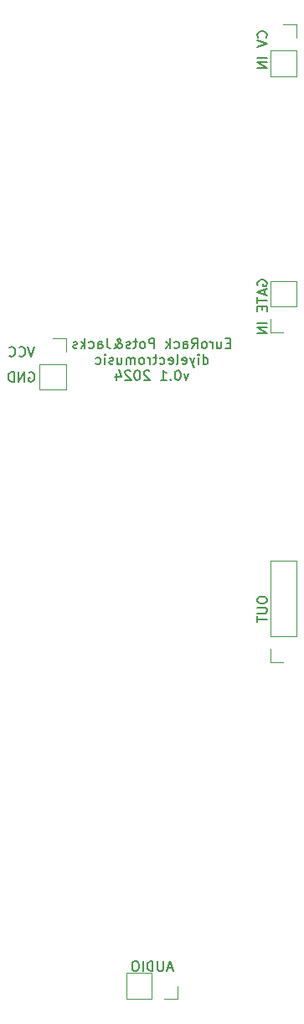
<source format=gbr>
%TF.GenerationSoftware,KiCad,Pcbnew,8.0.5*%
%TF.CreationDate,2024-12-18T11:45:47+00:00*%
%TF.ProjectId,EuroRackPotsJacks,4575726f-5261-4636-9b50-6f74734a6163,rev?*%
%TF.SameCoordinates,Original*%
%TF.FileFunction,Legend,Bot*%
%TF.FilePolarity,Positive*%
%FSLAX46Y46*%
G04 Gerber Fmt 4.6, Leading zero omitted, Abs format (unit mm)*
G04 Created by KiCad (PCBNEW 8.0.5) date 2024-12-18 11:45:47*
%MOMM*%
%LPD*%
G01*
G04 APERTURE LIST*
%ADD10C,0.200000*%
%ADD11C,0.150000*%
%ADD12C,0.120000*%
G04 APERTURE END LIST*
D10*
X52577904Y-86113838D02*
X52673142Y-86066219D01*
X52673142Y-86066219D02*
X52815999Y-86066219D01*
X52815999Y-86066219D02*
X52958856Y-86113838D01*
X52958856Y-86113838D02*
X53054094Y-86209076D01*
X53054094Y-86209076D02*
X53101713Y-86304314D01*
X53101713Y-86304314D02*
X53149332Y-86494790D01*
X53149332Y-86494790D02*
X53149332Y-86637647D01*
X53149332Y-86637647D02*
X53101713Y-86828123D01*
X53101713Y-86828123D02*
X53054094Y-86923361D01*
X53054094Y-86923361D02*
X52958856Y-87018600D01*
X52958856Y-87018600D02*
X52815999Y-87066219D01*
X52815999Y-87066219D02*
X52720761Y-87066219D01*
X52720761Y-87066219D02*
X52577904Y-87018600D01*
X52577904Y-87018600D02*
X52530285Y-86970980D01*
X52530285Y-86970980D02*
X52530285Y-86637647D01*
X52530285Y-86637647D02*
X52720761Y-86637647D01*
X52101713Y-87066219D02*
X52101713Y-86066219D01*
X52101713Y-86066219D02*
X51530285Y-87066219D01*
X51530285Y-87066219D02*
X51530285Y-86066219D01*
X51054094Y-87066219D02*
X51054094Y-86066219D01*
X51054094Y-86066219D02*
X50815999Y-86066219D01*
X50815999Y-86066219D02*
X50673142Y-86113838D01*
X50673142Y-86113838D02*
X50577904Y-86209076D01*
X50577904Y-86209076D02*
X50530285Y-86304314D01*
X50530285Y-86304314D02*
X50482666Y-86494790D01*
X50482666Y-86494790D02*
X50482666Y-86637647D01*
X50482666Y-86637647D02*
X50530285Y-86828123D01*
X50530285Y-86828123D02*
X50577904Y-86923361D01*
X50577904Y-86923361D02*
X50673142Y-87018600D01*
X50673142Y-87018600D02*
X50815999Y-87066219D01*
X50815999Y-87066219D02*
X51054094Y-87066219D01*
D11*
X75654819Y-108982000D02*
X75654819Y-109172476D01*
X75654819Y-109172476D02*
X75702438Y-109267714D01*
X75702438Y-109267714D02*
X75797676Y-109362952D01*
X75797676Y-109362952D02*
X75988152Y-109410571D01*
X75988152Y-109410571D02*
X76321485Y-109410571D01*
X76321485Y-109410571D02*
X76511961Y-109362952D01*
X76511961Y-109362952D02*
X76607200Y-109267714D01*
X76607200Y-109267714D02*
X76654819Y-109172476D01*
X76654819Y-109172476D02*
X76654819Y-108982000D01*
X76654819Y-108982000D02*
X76607200Y-108886762D01*
X76607200Y-108886762D02*
X76511961Y-108791524D01*
X76511961Y-108791524D02*
X76321485Y-108743905D01*
X76321485Y-108743905D02*
X75988152Y-108743905D01*
X75988152Y-108743905D02*
X75797676Y-108791524D01*
X75797676Y-108791524D02*
X75702438Y-108886762D01*
X75702438Y-108886762D02*
X75654819Y-108982000D01*
X75654819Y-109839143D02*
X76464342Y-109839143D01*
X76464342Y-109839143D02*
X76559580Y-109886762D01*
X76559580Y-109886762D02*
X76607200Y-109934381D01*
X76607200Y-109934381D02*
X76654819Y-110029619D01*
X76654819Y-110029619D02*
X76654819Y-110220095D01*
X76654819Y-110220095D02*
X76607200Y-110315333D01*
X76607200Y-110315333D02*
X76559580Y-110362952D01*
X76559580Y-110362952D02*
X76464342Y-110410571D01*
X76464342Y-110410571D02*
X75654819Y-110410571D01*
X75654819Y-110743905D02*
X75654819Y-111315333D01*
X76654819Y-111029619D02*
X75654819Y-111029619D01*
X75702438Y-77359142D02*
X75654819Y-77263904D01*
X75654819Y-77263904D02*
X75654819Y-77121047D01*
X75654819Y-77121047D02*
X75702438Y-76978190D01*
X75702438Y-76978190D02*
X75797676Y-76882952D01*
X75797676Y-76882952D02*
X75892914Y-76835333D01*
X75892914Y-76835333D02*
X76083390Y-76787714D01*
X76083390Y-76787714D02*
X76226247Y-76787714D01*
X76226247Y-76787714D02*
X76416723Y-76835333D01*
X76416723Y-76835333D02*
X76511961Y-76882952D01*
X76511961Y-76882952D02*
X76607200Y-76978190D01*
X76607200Y-76978190D02*
X76654819Y-77121047D01*
X76654819Y-77121047D02*
X76654819Y-77216285D01*
X76654819Y-77216285D02*
X76607200Y-77359142D01*
X76607200Y-77359142D02*
X76559580Y-77406761D01*
X76559580Y-77406761D02*
X76226247Y-77406761D01*
X76226247Y-77406761D02*
X76226247Y-77216285D01*
X76369104Y-77787714D02*
X76369104Y-78263904D01*
X76654819Y-77692476D02*
X75654819Y-78025809D01*
X75654819Y-78025809D02*
X76654819Y-78359142D01*
X75654819Y-78549619D02*
X75654819Y-79121047D01*
X76654819Y-78835333D02*
X75654819Y-78835333D01*
X76131009Y-79454381D02*
X76131009Y-79787714D01*
X76654819Y-79930571D02*
X76654819Y-79454381D01*
X76654819Y-79454381D02*
X75654819Y-79454381D01*
X75654819Y-79454381D02*
X75654819Y-79930571D01*
X76654819Y-81121048D02*
X75654819Y-81121048D01*
X76654819Y-81597238D02*
X75654819Y-81597238D01*
X75654819Y-81597238D02*
X76654819Y-82168666D01*
X76654819Y-82168666D02*
X75654819Y-82168666D01*
X76559580Y-52332095D02*
X76607200Y-52284476D01*
X76607200Y-52284476D02*
X76654819Y-52141619D01*
X76654819Y-52141619D02*
X76654819Y-52046381D01*
X76654819Y-52046381D02*
X76607200Y-51903524D01*
X76607200Y-51903524D02*
X76511961Y-51808286D01*
X76511961Y-51808286D02*
X76416723Y-51760667D01*
X76416723Y-51760667D02*
X76226247Y-51713048D01*
X76226247Y-51713048D02*
X76083390Y-51713048D01*
X76083390Y-51713048D02*
X75892914Y-51760667D01*
X75892914Y-51760667D02*
X75797676Y-51808286D01*
X75797676Y-51808286D02*
X75702438Y-51903524D01*
X75702438Y-51903524D02*
X75654819Y-52046381D01*
X75654819Y-52046381D02*
X75654819Y-52141619D01*
X75654819Y-52141619D02*
X75702438Y-52284476D01*
X75702438Y-52284476D02*
X75750057Y-52332095D01*
X75654819Y-52617810D02*
X76654819Y-52951143D01*
X76654819Y-52951143D02*
X75654819Y-53284476D01*
X76654819Y-54379715D02*
X75654819Y-54379715D01*
X76654819Y-54855905D02*
X75654819Y-54855905D01*
X75654819Y-54855905D02*
X76654819Y-55427333D01*
X76654819Y-55427333D02*
X75654819Y-55427333D01*
X72928572Y-83157065D02*
X72595239Y-83157065D01*
X72452382Y-83680875D02*
X72928572Y-83680875D01*
X72928572Y-83680875D02*
X72928572Y-82680875D01*
X72928572Y-82680875D02*
X72452382Y-82680875D01*
X71595239Y-83014208D02*
X71595239Y-83680875D01*
X72023810Y-83014208D02*
X72023810Y-83538017D01*
X72023810Y-83538017D02*
X71976191Y-83633256D01*
X71976191Y-83633256D02*
X71880953Y-83680875D01*
X71880953Y-83680875D02*
X71738096Y-83680875D01*
X71738096Y-83680875D02*
X71642858Y-83633256D01*
X71642858Y-83633256D02*
X71595239Y-83585636D01*
X71119048Y-83680875D02*
X71119048Y-83014208D01*
X71119048Y-83204684D02*
X71071429Y-83109446D01*
X71071429Y-83109446D02*
X71023810Y-83061827D01*
X71023810Y-83061827D02*
X70928572Y-83014208D01*
X70928572Y-83014208D02*
X70833334Y-83014208D01*
X70357143Y-83680875D02*
X70452381Y-83633256D01*
X70452381Y-83633256D02*
X70500000Y-83585636D01*
X70500000Y-83585636D02*
X70547619Y-83490398D01*
X70547619Y-83490398D02*
X70547619Y-83204684D01*
X70547619Y-83204684D02*
X70500000Y-83109446D01*
X70500000Y-83109446D02*
X70452381Y-83061827D01*
X70452381Y-83061827D02*
X70357143Y-83014208D01*
X70357143Y-83014208D02*
X70214286Y-83014208D01*
X70214286Y-83014208D02*
X70119048Y-83061827D01*
X70119048Y-83061827D02*
X70071429Y-83109446D01*
X70071429Y-83109446D02*
X70023810Y-83204684D01*
X70023810Y-83204684D02*
X70023810Y-83490398D01*
X70023810Y-83490398D02*
X70071429Y-83585636D01*
X70071429Y-83585636D02*
X70119048Y-83633256D01*
X70119048Y-83633256D02*
X70214286Y-83680875D01*
X70214286Y-83680875D02*
X70357143Y-83680875D01*
X69023810Y-83680875D02*
X69357143Y-83204684D01*
X69595238Y-83680875D02*
X69595238Y-82680875D01*
X69595238Y-82680875D02*
X69214286Y-82680875D01*
X69214286Y-82680875D02*
X69119048Y-82728494D01*
X69119048Y-82728494D02*
X69071429Y-82776113D01*
X69071429Y-82776113D02*
X69023810Y-82871351D01*
X69023810Y-82871351D02*
X69023810Y-83014208D01*
X69023810Y-83014208D02*
X69071429Y-83109446D01*
X69071429Y-83109446D02*
X69119048Y-83157065D01*
X69119048Y-83157065D02*
X69214286Y-83204684D01*
X69214286Y-83204684D02*
X69595238Y-83204684D01*
X68166667Y-83680875D02*
X68166667Y-83157065D01*
X68166667Y-83157065D02*
X68214286Y-83061827D01*
X68214286Y-83061827D02*
X68309524Y-83014208D01*
X68309524Y-83014208D02*
X68500000Y-83014208D01*
X68500000Y-83014208D02*
X68595238Y-83061827D01*
X68166667Y-83633256D02*
X68261905Y-83680875D01*
X68261905Y-83680875D02*
X68500000Y-83680875D01*
X68500000Y-83680875D02*
X68595238Y-83633256D01*
X68595238Y-83633256D02*
X68642857Y-83538017D01*
X68642857Y-83538017D02*
X68642857Y-83442779D01*
X68642857Y-83442779D02*
X68595238Y-83347541D01*
X68595238Y-83347541D02*
X68500000Y-83299922D01*
X68500000Y-83299922D02*
X68261905Y-83299922D01*
X68261905Y-83299922D02*
X68166667Y-83252303D01*
X67261905Y-83633256D02*
X67357143Y-83680875D01*
X67357143Y-83680875D02*
X67547619Y-83680875D01*
X67547619Y-83680875D02*
X67642857Y-83633256D01*
X67642857Y-83633256D02*
X67690476Y-83585636D01*
X67690476Y-83585636D02*
X67738095Y-83490398D01*
X67738095Y-83490398D02*
X67738095Y-83204684D01*
X67738095Y-83204684D02*
X67690476Y-83109446D01*
X67690476Y-83109446D02*
X67642857Y-83061827D01*
X67642857Y-83061827D02*
X67547619Y-83014208D01*
X67547619Y-83014208D02*
X67357143Y-83014208D01*
X67357143Y-83014208D02*
X67261905Y-83061827D01*
X66833333Y-83680875D02*
X66833333Y-82680875D01*
X66738095Y-83299922D02*
X66452381Y-83680875D01*
X66452381Y-83014208D02*
X66833333Y-83395160D01*
X65261904Y-83680875D02*
X65261904Y-82680875D01*
X65261904Y-82680875D02*
X64880952Y-82680875D01*
X64880952Y-82680875D02*
X64785714Y-82728494D01*
X64785714Y-82728494D02*
X64738095Y-82776113D01*
X64738095Y-82776113D02*
X64690476Y-82871351D01*
X64690476Y-82871351D02*
X64690476Y-83014208D01*
X64690476Y-83014208D02*
X64738095Y-83109446D01*
X64738095Y-83109446D02*
X64785714Y-83157065D01*
X64785714Y-83157065D02*
X64880952Y-83204684D01*
X64880952Y-83204684D02*
X65261904Y-83204684D01*
X64119047Y-83680875D02*
X64214285Y-83633256D01*
X64214285Y-83633256D02*
X64261904Y-83585636D01*
X64261904Y-83585636D02*
X64309523Y-83490398D01*
X64309523Y-83490398D02*
X64309523Y-83204684D01*
X64309523Y-83204684D02*
X64261904Y-83109446D01*
X64261904Y-83109446D02*
X64214285Y-83061827D01*
X64214285Y-83061827D02*
X64119047Y-83014208D01*
X64119047Y-83014208D02*
X63976190Y-83014208D01*
X63976190Y-83014208D02*
X63880952Y-83061827D01*
X63880952Y-83061827D02*
X63833333Y-83109446D01*
X63833333Y-83109446D02*
X63785714Y-83204684D01*
X63785714Y-83204684D02*
X63785714Y-83490398D01*
X63785714Y-83490398D02*
X63833333Y-83585636D01*
X63833333Y-83585636D02*
X63880952Y-83633256D01*
X63880952Y-83633256D02*
X63976190Y-83680875D01*
X63976190Y-83680875D02*
X64119047Y-83680875D01*
X63499999Y-83014208D02*
X63119047Y-83014208D01*
X63357142Y-82680875D02*
X63357142Y-83538017D01*
X63357142Y-83538017D02*
X63309523Y-83633256D01*
X63309523Y-83633256D02*
X63214285Y-83680875D01*
X63214285Y-83680875D02*
X63119047Y-83680875D01*
X62833332Y-83633256D02*
X62738094Y-83680875D01*
X62738094Y-83680875D02*
X62547618Y-83680875D01*
X62547618Y-83680875D02*
X62452380Y-83633256D01*
X62452380Y-83633256D02*
X62404761Y-83538017D01*
X62404761Y-83538017D02*
X62404761Y-83490398D01*
X62404761Y-83490398D02*
X62452380Y-83395160D01*
X62452380Y-83395160D02*
X62547618Y-83347541D01*
X62547618Y-83347541D02*
X62690475Y-83347541D01*
X62690475Y-83347541D02*
X62785713Y-83299922D01*
X62785713Y-83299922D02*
X62833332Y-83204684D01*
X62833332Y-83204684D02*
X62833332Y-83157065D01*
X62833332Y-83157065D02*
X62785713Y-83061827D01*
X62785713Y-83061827D02*
X62690475Y-83014208D01*
X62690475Y-83014208D02*
X62547618Y-83014208D01*
X62547618Y-83014208D02*
X62452380Y-83061827D01*
X61166665Y-83680875D02*
X61214285Y-83680875D01*
X61214285Y-83680875D02*
X61309523Y-83633256D01*
X61309523Y-83633256D02*
X61452380Y-83490398D01*
X61452380Y-83490398D02*
X61690475Y-83204684D01*
X61690475Y-83204684D02*
X61785713Y-83061827D01*
X61785713Y-83061827D02*
X61833332Y-82918970D01*
X61833332Y-82918970D02*
X61833332Y-82823732D01*
X61833332Y-82823732D02*
X61785713Y-82728494D01*
X61785713Y-82728494D02*
X61690475Y-82680875D01*
X61690475Y-82680875D02*
X61642856Y-82680875D01*
X61642856Y-82680875D02*
X61547618Y-82728494D01*
X61547618Y-82728494D02*
X61499999Y-82823732D01*
X61499999Y-82823732D02*
X61499999Y-82871351D01*
X61499999Y-82871351D02*
X61547618Y-82966589D01*
X61547618Y-82966589D02*
X61595237Y-83014208D01*
X61595237Y-83014208D02*
X61880951Y-83204684D01*
X61880951Y-83204684D02*
X61928570Y-83252303D01*
X61928570Y-83252303D02*
X61976189Y-83347541D01*
X61976189Y-83347541D02*
X61976189Y-83490398D01*
X61976189Y-83490398D02*
X61928570Y-83585636D01*
X61928570Y-83585636D02*
X61880951Y-83633256D01*
X61880951Y-83633256D02*
X61785713Y-83680875D01*
X61785713Y-83680875D02*
X61642856Y-83680875D01*
X61642856Y-83680875D02*
X61547618Y-83633256D01*
X61547618Y-83633256D02*
X61499999Y-83585636D01*
X61499999Y-83585636D02*
X61357142Y-83395160D01*
X61357142Y-83395160D02*
X61309523Y-83252303D01*
X61309523Y-83252303D02*
X61309523Y-83157065D01*
X60452380Y-82680875D02*
X60452380Y-83395160D01*
X60452380Y-83395160D02*
X60499999Y-83538017D01*
X60499999Y-83538017D02*
X60595237Y-83633256D01*
X60595237Y-83633256D02*
X60738094Y-83680875D01*
X60738094Y-83680875D02*
X60833332Y-83680875D01*
X59547618Y-83680875D02*
X59547618Y-83157065D01*
X59547618Y-83157065D02*
X59595237Y-83061827D01*
X59595237Y-83061827D02*
X59690475Y-83014208D01*
X59690475Y-83014208D02*
X59880951Y-83014208D01*
X59880951Y-83014208D02*
X59976189Y-83061827D01*
X59547618Y-83633256D02*
X59642856Y-83680875D01*
X59642856Y-83680875D02*
X59880951Y-83680875D01*
X59880951Y-83680875D02*
X59976189Y-83633256D01*
X59976189Y-83633256D02*
X60023808Y-83538017D01*
X60023808Y-83538017D02*
X60023808Y-83442779D01*
X60023808Y-83442779D02*
X59976189Y-83347541D01*
X59976189Y-83347541D02*
X59880951Y-83299922D01*
X59880951Y-83299922D02*
X59642856Y-83299922D01*
X59642856Y-83299922D02*
X59547618Y-83252303D01*
X58642856Y-83633256D02*
X58738094Y-83680875D01*
X58738094Y-83680875D02*
X58928570Y-83680875D01*
X58928570Y-83680875D02*
X59023808Y-83633256D01*
X59023808Y-83633256D02*
X59071427Y-83585636D01*
X59071427Y-83585636D02*
X59119046Y-83490398D01*
X59119046Y-83490398D02*
X59119046Y-83204684D01*
X59119046Y-83204684D02*
X59071427Y-83109446D01*
X59071427Y-83109446D02*
X59023808Y-83061827D01*
X59023808Y-83061827D02*
X58928570Y-83014208D01*
X58928570Y-83014208D02*
X58738094Y-83014208D01*
X58738094Y-83014208D02*
X58642856Y-83061827D01*
X58214284Y-83680875D02*
X58214284Y-82680875D01*
X58119046Y-83299922D02*
X57833332Y-83680875D01*
X57833332Y-83014208D02*
X58214284Y-83395160D01*
X57452379Y-83633256D02*
X57357141Y-83680875D01*
X57357141Y-83680875D02*
X57166665Y-83680875D01*
X57166665Y-83680875D02*
X57071427Y-83633256D01*
X57071427Y-83633256D02*
X57023808Y-83538017D01*
X57023808Y-83538017D02*
X57023808Y-83490398D01*
X57023808Y-83490398D02*
X57071427Y-83395160D01*
X57071427Y-83395160D02*
X57166665Y-83347541D01*
X57166665Y-83347541D02*
X57309522Y-83347541D01*
X57309522Y-83347541D02*
X57404760Y-83299922D01*
X57404760Y-83299922D02*
X57452379Y-83204684D01*
X57452379Y-83204684D02*
X57452379Y-83157065D01*
X57452379Y-83157065D02*
X57404760Y-83061827D01*
X57404760Y-83061827D02*
X57309522Y-83014208D01*
X57309522Y-83014208D02*
X57166665Y-83014208D01*
X57166665Y-83014208D02*
X57071427Y-83061827D01*
X70190476Y-85290819D02*
X70190476Y-84290819D01*
X70190476Y-85243200D02*
X70285714Y-85290819D01*
X70285714Y-85290819D02*
X70476190Y-85290819D01*
X70476190Y-85290819D02*
X70571428Y-85243200D01*
X70571428Y-85243200D02*
X70619047Y-85195580D01*
X70619047Y-85195580D02*
X70666666Y-85100342D01*
X70666666Y-85100342D02*
X70666666Y-84814628D01*
X70666666Y-84814628D02*
X70619047Y-84719390D01*
X70619047Y-84719390D02*
X70571428Y-84671771D01*
X70571428Y-84671771D02*
X70476190Y-84624152D01*
X70476190Y-84624152D02*
X70285714Y-84624152D01*
X70285714Y-84624152D02*
X70190476Y-84671771D01*
X69714285Y-85290819D02*
X69714285Y-84624152D01*
X69714285Y-84290819D02*
X69761904Y-84338438D01*
X69761904Y-84338438D02*
X69714285Y-84386057D01*
X69714285Y-84386057D02*
X69666666Y-84338438D01*
X69666666Y-84338438D02*
X69714285Y-84290819D01*
X69714285Y-84290819D02*
X69714285Y-84386057D01*
X69333333Y-84624152D02*
X69095238Y-85290819D01*
X68857143Y-84624152D02*
X69095238Y-85290819D01*
X69095238Y-85290819D02*
X69190476Y-85528914D01*
X69190476Y-85528914D02*
X69238095Y-85576533D01*
X69238095Y-85576533D02*
X69333333Y-85624152D01*
X68095238Y-85243200D02*
X68190476Y-85290819D01*
X68190476Y-85290819D02*
X68380952Y-85290819D01*
X68380952Y-85290819D02*
X68476190Y-85243200D01*
X68476190Y-85243200D02*
X68523809Y-85147961D01*
X68523809Y-85147961D02*
X68523809Y-84767009D01*
X68523809Y-84767009D02*
X68476190Y-84671771D01*
X68476190Y-84671771D02*
X68380952Y-84624152D01*
X68380952Y-84624152D02*
X68190476Y-84624152D01*
X68190476Y-84624152D02*
X68095238Y-84671771D01*
X68095238Y-84671771D02*
X68047619Y-84767009D01*
X68047619Y-84767009D02*
X68047619Y-84862247D01*
X68047619Y-84862247D02*
X68523809Y-84957485D01*
X67476190Y-85290819D02*
X67571428Y-85243200D01*
X67571428Y-85243200D02*
X67619047Y-85147961D01*
X67619047Y-85147961D02*
X67619047Y-84290819D01*
X66714285Y-85243200D02*
X66809523Y-85290819D01*
X66809523Y-85290819D02*
X66999999Y-85290819D01*
X66999999Y-85290819D02*
X67095237Y-85243200D01*
X67095237Y-85243200D02*
X67142856Y-85147961D01*
X67142856Y-85147961D02*
X67142856Y-84767009D01*
X67142856Y-84767009D02*
X67095237Y-84671771D01*
X67095237Y-84671771D02*
X66999999Y-84624152D01*
X66999999Y-84624152D02*
X66809523Y-84624152D01*
X66809523Y-84624152D02*
X66714285Y-84671771D01*
X66714285Y-84671771D02*
X66666666Y-84767009D01*
X66666666Y-84767009D02*
X66666666Y-84862247D01*
X66666666Y-84862247D02*
X67142856Y-84957485D01*
X65809523Y-85243200D02*
X65904761Y-85290819D01*
X65904761Y-85290819D02*
X66095237Y-85290819D01*
X66095237Y-85290819D02*
X66190475Y-85243200D01*
X66190475Y-85243200D02*
X66238094Y-85195580D01*
X66238094Y-85195580D02*
X66285713Y-85100342D01*
X66285713Y-85100342D02*
X66285713Y-84814628D01*
X66285713Y-84814628D02*
X66238094Y-84719390D01*
X66238094Y-84719390D02*
X66190475Y-84671771D01*
X66190475Y-84671771D02*
X66095237Y-84624152D01*
X66095237Y-84624152D02*
X65904761Y-84624152D01*
X65904761Y-84624152D02*
X65809523Y-84671771D01*
X65523808Y-84624152D02*
X65142856Y-84624152D01*
X65380951Y-84290819D02*
X65380951Y-85147961D01*
X65380951Y-85147961D02*
X65333332Y-85243200D01*
X65333332Y-85243200D02*
X65238094Y-85290819D01*
X65238094Y-85290819D02*
X65142856Y-85290819D01*
X64809522Y-85290819D02*
X64809522Y-84624152D01*
X64809522Y-84814628D02*
X64761903Y-84719390D01*
X64761903Y-84719390D02*
X64714284Y-84671771D01*
X64714284Y-84671771D02*
X64619046Y-84624152D01*
X64619046Y-84624152D02*
X64523808Y-84624152D01*
X64047617Y-85290819D02*
X64142855Y-85243200D01*
X64142855Y-85243200D02*
X64190474Y-85195580D01*
X64190474Y-85195580D02*
X64238093Y-85100342D01*
X64238093Y-85100342D02*
X64238093Y-84814628D01*
X64238093Y-84814628D02*
X64190474Y-84719390D01*
X64190474Y-84719390D02*
X64142855Y-84671771D01*
X64142855Y-84671771D02*
X64047617Y-84624152D01*
X64047617Y-84624152D02*
X63904760Y-84624152D01*
X63904760Y-84624152D02*
X63809522Y-84671771D01*
X63809522Y-84671771D02*
X63761903Y-84719390D01*
X63761903Y-84719390D02*
X63714284Y-84814628D01*
X63714284Y-84814628D02*
X63714284Y-85100342D01*
X63714284Y-85100342D02*
X63761903Y-85195580D01*
X63761903Y-85195580D02*
X63809522Y-85243200D01*
X63809522Y-85243200D02*
X63904760Y-85290819D01*
X63904760Y-85290819D02*
X64047617Y-85290819D01*
X63285712Y-85290819D02*
X63285712Y-84624152D01*
X63285712Y-84719390D02*
X63238093Y-84671771D01*
X63238093Y-84671771D02*
X63142855Y-84624152D01*
X63142855Y-84624152D02*
X62999998Y-84624152D01*
X62999998Y-84624152D02*
X62904760Y-84671771D01*
X62904760Y-84671771D02*
X62857141Y-84767009D01*
X62857141Y-84767009D02*
X62857141Y-85290819D01*
X62857141Y-84767009D02*
X62809522Y-84671771D01*
X62809522Y-84671771D02*
X62714284Y-84624152D01*
X62714284Y-84624152D02*
X62571427Y-84624152D01*
X62571427Y-84624152D02*
X62476188Y-84671771D01*
X62476188Y-84671771D02*
X62428569Y-84767009D01*
X62428569Y-84767009D02*
X62428569Y-85290819D01*
X61523808Y-84624152D02*
X61523808Y-85290819D01*
X61952379Y-84624152D02*
X61952379Y-85147961D01*
X61952379Y-85147961D02*
X61904760Y-85243200D01*
X61904760Y-85243200D02*
X61809522Y-85290819D01*
X61809522Y-85290819D02*
X61666665Y-85290819D01*
X61666665Y-85290819D02*
X61571427Y-85243200D01*
X61571427Y-85243200D02*
X61523808Y-85195580D01*
X61095236Y-85243200D02*
X60999998Y-85290819D01*
X60999998Y-85290819D02*
X60809522Y-85290819D01*
X60809522Y-85290819D02*
X60714284Y-85243200D01*
X60714284Y-85243200D02*
X60666665Y-85147961D01*
X60666665Y-85147961D02*
X60666665Y-85100342D01*
X60666665Y-85100342D02*
X60714284Y-85005104D01*
X60714284Y-85005104D02*
X60809522Y-84957485D01*
X60809522Y-84957485D02*
X60952379Y-84957485D01*
X60952379Y-84957485D02*
X61047617Y-84909866D01*
X61047617Y-84909866D02*
X61095236Y-84814628D01*
X61095236Y-84814628D02*
X61095236Y-84767009D01*
X61095236Y-84767009D02*
X61047617Y-84671771D01*
X61047617Y-84671771D02*
X60952379Y-84624152D01*
X60952379Y-84624152D02*
X60809522Y-84624152D01*
X60809522Y-84624152D02*
X60714284Y-84671771D01*
X60238093Y-85290819D02*
X60238093Y-84624152D01*
X60238093Y-84290819D02*
X60285712Y-84338438D01*
X60285712Y-84338438D02*
X60238093Y-84386057D01*
X60238093Y-84386057D02*
X60190474Y-84338438D01*
X60190474Y-84338438D02*
X60238093Y-84290819D01*
X60238093Y-84290819D02*
X60238093Y-84386057D01*
X59333332Y-85243200D02*
X59428570Y-85290819D01*
X59428570Y-85290819D02*
X59619046Y-85290819D01*
X59619046Y-85290819D02*
X59714284Y-85243200D01*
X59714284Y-85243200D02*
X59761903Y-85195580D01*
X59761903Y-85195580D02*
X59809522Y-85100342D01*
X59809522Y-85100342D02*
X59809522Y-84814628D01*
X59809522Y-84814628D02*
X59761903Y-84719390D01*
X59761903Y-84719390D02*
X59714284Y-84671771D01*
X59714284Y-84671771D02*
X59619046Y-84624152D01*
X59619046Y-84624152D02*
X59428570Y-84624152D01*
X59428570Y-84624152D02*
X59333332Y-84671771D01*
X68714285Y-86234096D02*
X68476190Y-86900763D01*
X68476190Y-86900763D02*
X68238095Y-86234096D01*
X67666666Y-85900763D02*
X67571428Y-85900763D01*
X67571428Y-85900763D02*
X67476190Y-85948382D01*
X67476190Y-85948382D02*
X67428571Y-85996001D01*
X67428571Y-85996001D02*
X67380952Y-86091239D01*
X67380952Y-86091239D02*
X67333333Y-86281715D01*
X67333333Y-86281715D02*
X67333333Y-86519810D01*
X67333333Y-86519810D02*
X67380952Y-86710286D01*
X67380952Y-86710286D02*
X67428571Y-86805524D01*
X67428571Y-86805524D02*
X67476190Y-86853144D01*
X67476190Y-86853144D02*
X67571428Y-86900763D01*
X67571428Y-86900763D02*
X67666666Y-86900763D01*
X67666666Y-86900763D02*
X67761904Y-86853144D01*
X67761904Y-86853144D02*
X67809523Y-86805524D01*
X67809523Y-86805524D02*
X67857142Y-86710286D01*
X67857142Y-86710286D02*
X67904761Y-86519810D01*
X67904761Y-86519810D02*
X67904761Y-86281715D01*
X67904761Y-86281715D02*
X67857142Y-86091239D01*
X67857142Y-86091239D02*
X67809523Y-85996001D01*
X67809523Y-85996001D02*
X67761904Y-85948382D01*
X67761904Y-85948382D02*
X67666666Y-85900763D01*
X66904761Y-86805524D02*
X66857142Y-86853144D01*
X66857142Y-86853144D02*
X66904761Y-86900763D01*
X66904761Y-86900763D02*
X66952380Y-86853144D01*
X66952380Y-86853144D02*
X66904761Y-86805524D01*
X66904761Y-86805524D02*
X66904761Y-86900763D01*
X65904762Y-86900763D02*
X66476190Y-86900763D01*
X66190476Y-86900763D02*
X66190476Y-85900763D01*
X66190476Y-85900763D02*
X66285714Y-86043620D01*
X66285714Y-86043620D02*
X66380952Y-86138858D01*
X66380952Y-86138858D02*
X66476190Y-86186477D01*
X64761904Y-85996001D02*
X64714285Y-85948382D01*
X64714285Y-85948382D02*
X64619047Y-85900763D01*
X64619047Y-85900763D02*
X64380952Y-85900763D01*
X64380952Y-85900763D02*
X64285714Y-85948382D01*
X64285714Y-85948382D02*
X64238095Y-85996001D01*
X64238095Y-85996001D02*
X64190476Y-86091239D01*
X64190476Y-86091239D02*
X64190476Y-86186477D01*
X64190476Y-86186477D02*
X64238095Y-86329334D01*
X64238095Y-86329334D02*
X64809523Y-86900763D01*
X64809523Y-86900763D02*
X64190476Y-86900763D01*
X63571428Y-85900763D02*
X63476190Y-85900763D01*
X63476190Y-85900763D02*
X63380952Y-85948382D01*
X63380952Y-85948382D02*
X63333333Y-85996001D01*
X63333333Y-85996001D02*
X63285714Y-86091239D01*
X63285714Y-86091239D02*
X63238095Y-86281715D01*
X63238095Y-86281715D02*
X63238095Y-86519810D01*
X63238095Y-86519810D02*
X63285714Y-86710286D01*
X63285714Y-86710286D02*
X63333333Y-86805524D01*
X63333333Y-86805524D02*
X63380952Y-86853144D01*
X63380952Y-86853144D02*
X63476190Y-86900763D01*
X63476190Y-86900763D02*
X63571428Y-86900763D01*
X63571428Y-86900763D02*
X63666666Y-86853144D01*
X63666666Y-86853144D02*
X63714285Y-86805524D01*
X63714285Y-86805524D02*
X63761904Y-86710286D01*
X63761904Y-86710286D02*
X63809523Y-86519810D01*
X63809523Y-86519810D02*
X63809523Y-86281715D01*
X63809523Y-86281715D02*
X63761904Y-86091239D01*
X63761904Y-86091239D02*
X63714285Y-85996001D01*
X63714285Y-85996001D02*
X63666666Y-85948382D01*
X63666666Y-85948382D02*
X63571428Y-85900763D01*
X62857142Y-85996001D02*
X62809523Y-85948382D01*
X62809523Y-85948382D02*
X62714285Y-85900763D01*
X62714285Y-85900763D02*
X62476190Y-85900763D01*
X62476190Y-85900763D02*
X62380952Y-85948382D01*
X62380952Y-85948382D02*
X62333333Y-85996001D01*
X62333333Y-85996001D02*
X62285714Y-86091239D01*
X62285714Y-86091239D02*
X62285714Y-86186477D01*
X62285714Y-86186477D02*
X62333333Y-86329334D01*
X62333333Y-86329334D02*
X62904761Y-86900763D01*
X62904761Y-86900763D02*
X62285714Y-86900763D01*
X61428571Y-86234096D02*
X61428571Y-86900763D01*
X61666666Y-85853144D02*
X61904761Y-86567429D01*
X61904761Y-86567429D02*
X61285714Y-86567429D01*
D10*
X53149332Y-83526219D02*
X52815999Y-84526219D01*
X52815999Y-84526219D02*
X52482666Y-83526219D01*
X51577904Y-84430980D02*
X51625523Y-84478600D01*
X51625523Y-84478600D02*
X51768380Y-84526219D01*
X51768380Y-84526219D02*
X51863618Y-84526219D01*
X51863618Y-84526219D02*
X52006475Y-84478600D01*
X52006475Y-84478600D02*
X52101713Y-84383361D01*
X52101713Y-84383361D02*
X52149332Y-84288123D01*
X52149332Y-84288123D02*
X52196951Y-84097647D01*
X52196951Y-84097647D02*
X52196951Y-83954790D01*
X52196951Y-83954790D02*
X52149332Y-83764314D01*
X52149332Y-83764314D02*
X52101713Y-83669076D01*
X52101713Y-83669076D02*
X52006475Y-83573838D01*
X52006475Y-83573838D02*
X51863618Y-83526219D01*
X51863618Y-83526219D02*
X51768380Y-83526219D01*
X51768380Y-83526219D02*
X51625523Y-83573838D01*
X51625523Y-83573838D02*
X51577904Y-83621457D01*
X50577904Y-84430980D02*
X50625523Y-84478600D01*
X50625523Y-84478600D02*
X50768380Y-84526219D01*
X50768380Y-84526219D02*
X50863618Y-84526219D01*
X50863618Y-84526219D02*
X51006475Y-84478600D01*
X51006475Y-84478600D02*
X51101713Y-84383361D01*
X51101713Y-84383361D02*
X51149332Y-84288123D01*
X51149332Y-84288123D02*
X51196951Y-84097647D01*
X51196951Y-84097647D02*
X51196951Y-83954790D01*
X51196951Y-83954790D02*
X51149332Y-83764314D01*
X51149332Y-83764314D02*
X51101713Y-83669076D01*
X51101713Y-83669076D02*
X51006475Y-83573838D01*
X51006475Y-83573838D02*
X50863618Y-83526219D01*
X50863618Y-83526219D02*
X50768380Y-83526219D01*
X50768380Y-83526219D02*
X50625523Y-83573838D01*
X50625523Y-83573838D02*
X50577904Y-83621457D01*
D11*
X67047808Y-146219104D02*
X66571618Y-146219104D01*
X67143046Y-146504819D02*
X66809713Y-145504819D01*
X66809713Y-145504819D02*
X66476380Y-146504819D01*
X66143046Y-145504819D02*
X66143046Y-146314342D01*
X66143046Y-146314342D02*
X66095427Y-146409580D01*
X66095427Y-146409580D02*
X66047808Y-146457200D01*
X66047808Y-146457200D02*
X65952570Y-146504819D01*
X65952570Y-146504819D02*
X65762094Y-146504819D01*
X65762094Y-146504819D02*
X65666856Y-146457200D01*
X65666856Y-146457200D02*
X65619237Y-146409580D01*
X65619237Y-146409580D02*
X65571618Y-146314342D01*
X65571618Y-146314342D02*
X65571618Y-145504819D01*
X65095427Y-146504819D02*
X65095427Y-145504819D01*
X65095427Y-145504819D02*
X64857332Y-145504819D01*
X64857332Y-145504819D02*
X64714475Y-145552438D01*
X64714475Y-145552438D02*
X64619237Y-145647676D01*
X64619237Y-145647676D02*
X64571618Y-145742914D01*
X64571618Y-145742914D02*
X64523999Y-145933390D01*
X64523999Y-145933390D02*
X64523999Y-146076247D01*
X64523999Y-146076247D02*
X64571618Y-146266723D01*
X64571618Y-146266723D02*
X64619237Y-146361961D01*
X64619237Y-146361961D02*
X64714475Y-146457200D01*
X64714475Y-146457200D02*
X64857332Y-146504819D01*
X64857332Y-146504819D02*
X65095427Y-146504819D01*
X64095427Y-146504819D02*
X64095427Y-145504819D01*
X63428761Y-145504819D02*
X63238285Y-145504819D01*
X63238285Y-145504819D02*
X63143047Y-145552438D01*
X63143047Y-145552438D02*
X63047809Y-145647676D01*
X63047809Y-145647676D02*
X63000190Y-145838152D01*
X63000190Y-145838152D02*
X63000190Y-146171485D01*
X63000190Y-146171485D02*
X63047809Y-146361961D01*
X63047809Y-146361961D02*
X63143047Y-146457200D01*
X63143047Y-146457200D02*
X63238285Y-146504819D01*
X63238285Y-146504819D02*
X63428761Y-146504819D01*
X63428761Y-146504819D02*
X63523999Y-146457200D01*
X63523999Y-146457200D02*
X63619237Y-146361961D01*
X63619237Y-146361961D02*
X63666856Y-146171485D01*
X63666856Y-146171485D02*
X63666856Y-145838152D01*
X63666856Y-145838152D02*
X63619237Y-145647676D01*
X63619237Y-145647676D02*
X63523999Y-145552438D01*
X63523999Y-145552438D02*
X63428761Y-145504819D01*
D12*
%TO.C,J3*%
X55000000Y-82670000D02*
X56330000Y-82670000D01*
X56330000Y-82670000D02*
X56330000Y-84000000D01*
X56330000Y-87870000D02*
X56330000Y-85270000D01*
X53670000Y-85270000D02*
X56330000Y-85270000D01*
X53670000Y-87870000D02*
X56330000Y-87870000D01*
X53670000Y-87870000D02*
X53670000Y-85270000D01*
%TO.C,J4*%
X62400000Y-146670000D02*
X62400000Y-149330000D01*
X62400000Y-149330000D02*
X65000000Y-149330000D01*
X65000000Y-146670000D02*
X65000000Y-149330000D01*
X62400000Y-146670000D02*
X65000000Y-146670000D01*
X67600000Y-149330000D02*
X66270000Y-149330000D01*
X67600000Y-148000000D02*
X67600000Y-149330000D01*
%TO.C,J6*%
X78300000Y-51035000D02*
X79630000Y-51035000D01*
X79630000Y-51035000D02*
X79630000Y-52365000D01*
X79630000Y-56235000D02*
X79630000Y-53635000D01*
X76970000Y-53635000D02*
X79630000Y-53635000D01*
X76970000Y-56235000D02*
X79630000Y-56235000D01*
X76970000Y-56235000D02*
X76970000Y-53635000D01*
%TO.C,J7*%
X78300000Y-115370000D02*
X76970000Y-115370000D01*
X76970000Y-115370000D02*
X76970000Y-114040000D01*
X76970000Y-105090000D02*
X76970000Y-112770000D01*
X79630000Y-112770000D02*
X76970000Y-112770000D01*
X79630000Y-105090000D02*
X76970000Y-105090000D01*
X79630000Y-105090000D02*
X79630000Y-112770000D01*
%TO.C,J5*%
X78300000Y-82090000D02*
X76970000Y-82090000D01*
X76970000Y-82090000D02*
X76970000Y-80760000D01*
X76970000Y-76890000D02*
X76970000Y-79490000D01*
X79630000Y-79490000D02*
X76970000Y-79490000D01*
X79630000Y-76890000D02*
X76970000Y-76890000D01*
X79630000Y-76890000D02*
X79630000Y-79490000D01*
%TD*%
M02*

</source>
